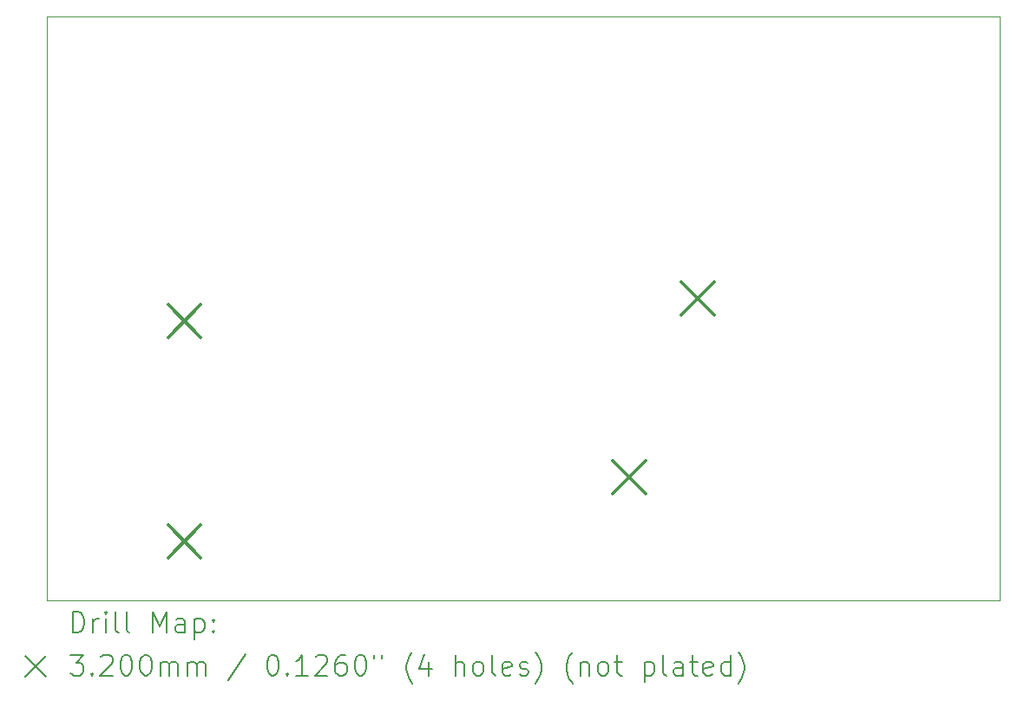
<source format=gbr>
%TF.GenerationSoftware,KiCad,Pcbnew,7.0.5*%
%TF.CreationDate,2024-01-22T10:55:23-05:00*%
%TF.ProjectId,PrawnBlaster_Connectorized_smaller,50726177-6e42-46c6-9173-7465725f436f,rev?*%
%TF.SameCoordinates,Original*%
%TF.FileFunction,Drillmap*%
%TF.FilePolarity,Positive*%
%FSLAX45Y45*%
G04 Gerber Fmt 4.5, Leading zero omitted, Abs format (unit mm)*
G04 Created by KiCad (PCBNEW 7.0.5) date 2024-01-22 10:55:23*
%MOMM*%
%LPD*%
G01*
G04 APERTURE LIST*
%ADD10C,0.100000*%
%ADD11C,0.200000*%
%ADD12C,0.320000*%
G04 APERTURE END LIST*
D10*
X8177520Y-5778500D02*
X17477520Y-5778500D01*
X17477520Y-11469740D01*
X8177520Y-11469740D01*
X8177520Y-5778500D01*
D11*
D12*
X9363520Y-8584740D02*
X9683520Y-8904740D01*
X9683520Y-8584740D02*
X9363520Y-8904740D01*
X9363520Y-10737740D02*
X9683520Y-11057740D01*
X9683520Y-10737740D02*
X9363520Y-11057740D01*
X13699520Y-10113740D02*
X14019520Y-10433740D01*
X14019520Y-10113740D02*
X13699520Y-10433740D01*
X14370520Y-8366740D02*
X14690520Y-8686740D01*
X14690520Y-8366740D02*
X14370520Y-8686740D01*
D11*
X8433297Y-11786224D02*
X8433297Y-11586224D01*
X8433297Y-11586224D02*
X8480916Y-11586224D01*
X8480916Y-11586224D02*
X8509487Y-11595748D01*
X8509487Y-11595748D02*
X8528535Y-11614795D01*
X8528535Y-11614795D02*
X8538059Y-11633843D01*
X8538059Y-11633843D02*
X8547583Y-11671938D01*
X8547583Y-11671938D02*
X8547583Y-11700509D01*
X8547583Y-11700509D02*
X8538059Y-11738605D01*
X8538059Y-11738605D02*
X8528535Y-11757652D01*
X8528535Y-11757652D02*
X8509487Y-11776700D01*
X8509487Y-11776700D02*
X8480916Y-11786224D01*
X8480916Y-11786224D02*
X8433297Y-11786224D01*
X8633297Y-11786224D02*
X8633297Y-11652890D01*
X8633297Y-11690986D02*
X8642821Y-11671938D01*
X8642821Y-11671938D02*
X8652344Y-11662414D01*
X8652344Y-11662414D02*
X8671392Y-11652890D01*
X8671392Y-11652890D02*
X8690440Y-11652890D01*
X8757106Y-11786224D02*
X8757106Y-11652890D01*
X8757106Y-11586224D02*
X8747583Y-11595748D01*
X8747583Y-11595748D02*
X8757106Y-11605271D01*
X8757106Y-11605271D02*
X8766630Y-11595748D01*
X8766630Y-11595748D02*
X8757106Y-11586224D01*
X8757106Y-11586224D02*
X8757106Y-11605271D01*
X8880916Y-11786224D02*
X8861868Y-11776700D01*
X8861868Y-11776700D02*
X8852344Y-11757652D01*
X8852344Y-11757652D02*
X8852344Y-11586224D01*
X8985678Y-11786224D02*
X8966630Y-11776700D01*
X8966630Y-11776700D02*
X8957106Y-11757652D01*
X8957106Y-11757652D02*
X8957106Y-11586224D01*
X9214249Y-11786224D02*
X9214249Y-11586224D01*
X9214249Y-11586224D02*
X9280916Y-11729081D01*
X9280916Y-11729081D02*
X9347583Y-11586224D01*
X9347583Y-11586224D02*
X9347583Y-11786224D01*
X9528535Y-11786224D02*
X9528535Y-11681462D01*
X9528535Y-11681462D02*
X9519011Y-11662414D01*
X9519011Y-11662414D02*
X9499964Y-11652890D01*
X9499964Y-11652890D02*
X9461868Y-11652890D01*
X9461868Y-11652890D02*
X9442821Y-11662414D01*
X9528535Y-11776700D02*
X9509487Y-11786224D01*
X9509487Y-11786224D02*
X9461868Y-11786224D01*
X9461868Y-11786224D02*
X9442821Y-11776700D01*
X9442821Y-11776700D02*
X9433297Y-11757652D01*
X9433297Y-11757652D02*
X9433297Y-11738605D01*
X9433297Y-11738605D02*
X9442821Y-11719557D01*
X9442821Y-11719557D02*
X9461868Y-11710033D01*
X9461868Y-11710033D02*
X9509487Y-11710033D01*
X9509487Y-11710033D02*
X9528535Y-11700509D01*
X9623773Y-11652890D02*
X9623773Y-11852890D01*
X9623773Y-11662414D02*
X9642821Y-11652890D01*
X9642821Y-11652890D02*
X9680916Y-11652890D01*
X9680916Y-11652890D02*
X9699964Y-11662414D01*
X9699964Y-11662414D02*
X9709487Y-11671938D01*
X9709487Y-11671938D02*
X9719011Y-11690986D01*
X9719011Y-11690986D02*
X9719011Y-11748128D01*
X9719011Y-11748128D02*
X9709487Y-11767176D01*
X9709487Y-11767176D02*
X9699964Y-11776700D01*
X9699964Y-11776700D02*
X9680916Y-11786224D01*
X9680916Y-11786224D02*
X9642821Y-11786224D01*
X9642821Y-11786224D02*
X9623773Y-11776700D01*
X9804725Y-11767176D02*
X9814249Y-11776700D01*
X9814249Y-11776700D02*
X9804725Y-11786224D01*
X9804725Y-11786224D02*
X9795202Y-11776700D01*
X9795202Y-11776700D02*
X9804725Y-11767176D01*
X9804725Y-11767176D02*
X9804725Y-11786224D01*
X9804725Y-11662414D02*
X9814249Y-11671938D01*
X9814249Y-11671938D02*
X9804725Y-11681462D01*
X9804725Y-11681462D02*
X9795202Y-11671938D01*
X9795202Y-11671938D02*
X9804725Y-11662414D01*
X9804725Y-11662414D02*
X9804725Y-11681462D01*
X7972520Y-12014740D02*
X8172520Y-12214740D01*
X8172520Y-12014740D02*
X7972520Y-12214740D01*
X8414249Y-12006224D02*
X8538059Y-12006224D01*
X8538059Y-12006224D02*
X8471392Y-12082414D01*
X8471392Y-12082414D02*
X8499964Y-12082414D01*
X8499964Y-12082414D02*
X8519011Y-12091938D01*
X8519011Y-12091938D02*
X8528535Y-12101462D01*
X8528535Y-12101462D02*
X8538059Y-12120509D01*
X8538059Y-12120509D02*
X8538059Y-12168128D01*
X8538059Y-12168128D02*
X8528535Y-12187176D01*
X8528535Y-12187176D02*
X8519011Y-12196700D01*
X8519011Y-12196700D02*
X8499964Y-12206224D01*
X8499964Y-12206224D02*
X8442821Y-12206224D01*
X8442821Y-12206224D02*
X8423773Y-12196700D01*
X8423773Y-12196700D02*
X8414249Y-12187176D01*
X8623773Y-12187176D02*
X8633297Y-12196700D01*
X8633297Y-12196700D02*
X8623773Y-12206224D01*
X8623773Y-12206224D02*
X8614249Y-12196700D01*
X8614249Y-12196700D02*
X8623773Y-12187176D01*
X8623773Y-12187176D02*
X8623773Y-12206224D01*
X8709487Y-12025271D02*
X8719011Y-12015748D01*
X8719011Y-12015748D02*
X8738059Y-12006224D01*
X8738059Y-12006224D02*
X8785678Y-12006224D01*
X8785678Y-12006224D02*
X8804725Y-12015748D01*
X8804725Y-12015748D02*
X8814249Y-12025271D01*
X8814249Y-12025271D02*
X8823773Y-12044319D01*
X8823773Y-12044319D02*
X8823773Y-12063367D01*
X8823773Y-12063367D02*
X8814249Y-12091938D01*
X8814249Y-12091938D02*
X8699964Y-12206224D01*
X8699964Y-12206224D02*
X8823773Y-12206224D01*
X8947583Y-12006224D02*
X8966630Y-12006224D01*
X8966630Y-12006224D02*
X8985678Y-12015748D01*
X8985678Y-12015748D02*
X8995202Y-12025271D01*
X8995202Y-12025271D02*
X9004725Y-12044319D01*
X9004725Y-12044319D02*
X9014249Y-12082414D01*
X9014249Y-12082414D02*
X9014249Y-12130033D01*
X9014249Y-12130033D02*
X9004725Y-12168128D01*
X9004725Y-12168128D02*
X8995202Y-12187176D01*
X8995202Y-12187176D02*
X8985678Y-12196700D01*
X8985678Y-12196700D02*
X8966630Y-12206224D01*
X8966630Y-12206224D02*
X8947583Y-12206224D01*
X8947583Y-12206224D02*
X8928535Y-12196700D01*
X8928535Y-12196700D02*
X8919011Y-12187176D01*
X8919011Y-12187176D02*
X8909487Y-12168128D01*
X8909487Y-12168128D02*
X8899964Y-12130033D01*
X8899964Y-12130033D02*
X8899964Y-12082414D01*
X8899964Y-12082414D02*
X8909487Y-12044319D01*
X8909487Y-12044319D02*
X8919011Y-12025271D01*
X8919011Y-12025271D02*
X8928535Y-12015748D01*
X8928535Y-12015748D02*
X8947583Y-12006224D01*
X9138059Y-12006224D02*
X9157106Y-12006224D01*
X9157106Y-12006224D02*
X9176154Y-12015748D01*
X9176154Y-12015748D02*
X9185678Y-12025271D01*
X9185678Y-12025271D02*
X9195202Y-12044319D01*
X9195202Y-12044319D02*
X9204725Y-12082414D01*
X9204725Y-12082414D02*
X9204725Y-12130033D01*
X9204725Y-12130033D02*
X9195202Y-12168128D01*
X9195202Y-12168128D02*
X9185678Y-12187176D01*
X9185678Y-12187176D02*
X9176154Y-12196700D01*
X9176154Y-12196700D02*
X9157106Y-12206224D01*
X9157106Y-12206224D02*
X9138059Y-12206224D01*
X9138059Y-12206224D02*
X9119011Y-12196700D01*
X9119011Y-12196700D02*
X9109487Y-12187176D01*
X9109487Y-12187176D02*
X9099964Y-12168128D01*
X9099964Y-12168128D02*
X9090440Y-12130033D01*
X9090440Y-12130033D02*
X9090440Y-12082414D01*
X9090440Y-12082414D02*
X9099964Y-12044319D01*
X9099964Y-12044319D02*
X9109487Y-12025271D01*
X9109487Y-12025271D02*
X9119011Y-12015748D01*
X9119011Y-12015748D02*
X9138059Y-12006224D01*
X9290440Y-12206224D02*
X9290440Y-12072890D01*
X9290440Y-12091938D02*
X9299964Y-12082414D01*
X9299964Y-12082414D02*
X9319011Y-12072890D01*
X9319011Y-12072890D02*
X9347583Y-12072890D01*
X9347583Y-12072890D02*
X9366630Y-12082414D01*
X9366630Y-12082414D02*
X9376154Y-12101462D01*
X9376154Y-12101462D02*
X9376154Y-12206224D01*
X9376154Y-12101462D02*
X9385678Y-12082414D01*
X9385678Y-12082414D02*
X9404725Y-12072890D01*
X9404725Y-12072890D02*
X9433297Y-12072890D01*
X9433297Y-12072890D02*
X9452345Y-12082414D01*
X9452345Y-12082414D02*
X9461868Y-12101462D01*
X9461868Y-12101462D02*
X9461868Y-12206224D01*
X9557106Y-12206224D02*
X9557106Y-12072890D01*
X9557106Y-12091938D02*
X9566630Y-12082414D01*
X9566630Y-12082414D02*
X9585678Y-12072890D01*
X9585678Y-12072890D02*
X9614249Y-12072890D01*
X9614249Y-12072890D02*
X9633297Y-12082414D01*
X9633297Y-12082414D02*
X9642821Y-12101462D01*
X9642821Y-12101462D02*
X9642821Y-12206224D01*
X9642821Y-12101462D02*
X9652345Y-12082414D01*
X9652345Y-12082414D02*
X9671392Y-12072890D01*
X9671392Y-12072890D02*
X9699964Y-12072890D01*
X9699964Y-12072890D02*
X9719011Y-12082414D01*
X9719011Y-12082414D02*
X9728535Y-12101462D01*
X9728535Y-12101462D02*
X9728535Y-12206224D01*
X10119011Y-11996700D02*
X9947583Y-12253843D01*
X10376154Y-12006224D02*
X10395202Y-12006224D01*
X10395202Y-12006224D02*
X10414249Y-12015748D01*
X10414249Y-12015748D02*
X10423773Y-12025271D01*
X10423773Y-12025271D02*
X10433297Y-12044319D01*
X10433297Y-12044319D02*
X10442821Y-12082414D01*
X10442821Y-12082414D02*
X10442821Y-12130033D01*
X10442821Y-12130033D02*
X10433297Y-12168128D01*
X10433297Y-12168128D02*
X10423773Y-12187176D01*
X10423773Y-12187176D02*
X10414249Y-12196700D01*
X10414249Y-12196700D02*
X10395202Y-12206224D01*
X10395202Y-12206224D02*
X10376154Y-12206224D01*
X10376154Y-12206224D02*
X10357107Y-12196700D01*
X10357107Y-12196700D02*
X10347583Y-12187176D01*
X10347583Y-12187176D02*
X10338059Y-12168128D01*
X10338059Y-12168128D02*
X10328535Y-12130033D01*
X10328535Y-12130033D02*
X10328535Y-12082414D01*
X10328535Y-12082414D02*
X10338059Y-12044319D01*
X10338059Y-12044319D02*
X10347583Y-12025271D01*
X10347583Y-12025271D02*
X10357107Y-12015748D01*
X10357107Y-12015748D02*
X10376154Y-12006224D01*
X10528535Y-12187176D02*
X10538059Y-12196700D01*
X10538059Y-12196700D02*
X10528535Y-12206224D01*
X10528535Y-12206224D02*
X10519011Y-12196700D01*
X10519011Y-12196700D02*
X10528535Y-12187176D01*
X10528535Y-12187176D02*
X10528535Y-12206224D01*
X10728535Y-12206224D02*
X10614249Y-12206224D01*
X10671392Y-12206224D02*
X10671392Y-12006224D01*
X10671392Y-12006224D02*
X10652345Y-12034795D01*
X10652345Y-12034795D02*
X10633297Y-12053843D01*
X10633297Y-12053843D02*
X10614249Y-12063367D01*
X10804726Y-12025271D02*
X10814249Y-12015748D01*
X10814249Y-12015748D02*
X10833297Y-12006224D01*
X10833297Y-12006224D02*
X10880916Y-12006224D01*
X10880916Y-12006224D02*
X10899964Y-12015748D01*
X10899964Y-12015748D02*
X10909488Y-12025271D01*
X10909488Y-12025271D02*
X10919011Y-12044319D01*
X10919011Y-12044319D02*
X10919011Y-12063367D01*
X10919011Y-12063367D02*
X10909488Y-12091938D01*
X10909488Y-12091938D02*
X10795202Y-12206224D01*
X10795202Y-12206224D02*
X10919011Y-12206224D01*
X11090440Y-12006224D02*
X11052345Y-12006224D01*
X11052345Y-12006224D02*
X11033297Y-12015748D01*
X11033297Y-12015748D02*
X11023773Y-12025271D01*
X11023773Y-12025271D02*
X11004726Y-12053843D01*
X11004726Y-12053843D02*
X10995202Y-12091938D01*
X10995202Y-12091938D02*
X10995202Y-12168128D01*
X10995202Y-12168128D02*
X11004726Y-12187176D01*
X11004726Y-12187176D02*
X11014249Y-12196700D01*
X11014249Y-12196700D02*
X11033297Y-12206224D01*
X11033297Y-12206224D02*
X11071392Y-12206224D01*
X11071392Y-12206224D02*
X11090440Y-12196700D01*
X11090440Y-12196700D02*
X11099964Y-12187176D01*
X11099964Y-12187176D02*
X11109488Y-12168128D01*
X11109488Y-12168128D02*
X11109488Y-12120509D01*
X11109488Y-12120509D02*
X11099964Y-12101462D01*
X11099964Y-12101462D02*
X11090440Y-12091938D01*
X11090440Y-12091938D02*
X11071392Y-12082414D01*
X11071392Y-12082414D02*
X11033297Y-12082414D01*
X11033297Y-12082414D02*
X11014249Y-12091938D01*
X11014249Y-12091938D02*
X11004726Y-12101462D01*
X11004726Y-12101462D02*
X10995202Y-12120509D01*
X11233297Y-12006224D02*
X11252345Y-12006224D01*
X11252345Y-12006224D02*
X11271392Y-12015748D01*
X11271392Y-12015748D02*
X11280916Y-12025271D01*
X11280916Y-12025271D02*
X11290440Y-12044319D01*
X11290440Y-12044319D02*
X11299964Y-12082414D01*
X11299964Y-12082414D02*
X11299964Y-12130033D01*
X11299964Y-12130033D02*
X11290440Y-12168128D01*
X11290440Y-12168128D02*
X11280916Y-12187176D01*
X11280916Y-12187176D02*
X11271392Y-12196700D01*
X11271392Y-12196700D02*
X11252345Y-12206224D01*
X11252345Y-12206224D02*
X11233297Y-12206224D01*
X11233297Y-12206224D02*
X11214249Y-12196700D01*
X11214249Y-12196700D02*
X11204726Y-12187176D01*
X11204726Y-12187176D02*
X11195202Y-12168128D01*
X11195202Y-12168128D02*
X11185678Y-12130033D01*
X11185678Y-12130033D02*
X11185678Y-12082414D01*
X11185678Y-12082414D02*
X11195202Y-12044319D01*
X11195202Y-12044319D02*
X11204726Y-12025271D01*
X11204726Y-12025271D02*
X11214249Y-12015748D01*
X11214249Y-12015748D02*
X11233297Y-12006224D01*
X11376154Y-12006224D02*
X11376154Y-12044319D01*
X11452345Y-12006224D02*
X11452345Y-12044319D01*
X11747583Y-12282414D02*
X11738059Y-12272890D01*
X11738059Y-12272890D02*
X11719011Y-12244319D01*
X11719011Y-12244319D02*
X11709488Y-12225271D01*
X11709488Y-12225271D02*
X11699964Y-12196700D01*
X11699964Y-12196700D02*
X11690440Y-12149081D01*
X11690440Y-12149081D02*
X11690440Y-12110986D01*
X11690440Y-12110986D02*
X11699964Y-12063367D01*
X11699964Y-12063367D02*
X11709488Y-12034795D01*
X11709488Y-12034795D02*
X11719011Y-12015748D01*
X11719011Y-12015748D02*
X11738059Y-11987176D01*
X11738059Y-11987176D02*
X11747583Y-11977652D01*
X11909488Y-12072890D02*
X11909488Y-12206224D01*
X11861868Y-11996700D02*
X11814249Y-12139557D01*
X11814249Y-12139557D02*
X11938059Y-12139557D01*
X12166630Y-12206224D02*
X12166630Y-12006224D01*
X12252345Y-12206224D02*
X12252345Y-12101462D01*
X12252345Y-12101462D02*
X12242821Y-12082414D01*
X12242821Y-12082414D02*
X12223773Y-12072890D01*
X12223773Y-12072890D02*
X12195202Y-12072890D01*
X12195202Y-12072890D02*
X12176154Y-12082414D01*
X12176154Y-12082414D02*
X12166630Y-12091938D01*
X12376154Y-12206224D02*
X12357107Y-12196700D01*
X12357107Y-12196700D02*
X12347583Y-12187176D01*
X12347583Y-12187176D02*
X12338059Y-12168128D01*
X12338059Y-12168128D02*
X12338059Y-12110986D01*
X12338059Y-12110986D02*
X12347583Y-12091938D01*
X12347583Y-12091938D02*
X12357107Y-12082414D01*
X12357107Y-12082414D02*
X12376154Y-12072890D01*
X12376154Y-12072890D02*
X12404726Y-12072890D01*
X12404726Y-12072890D02*
X12423773Y-12082414D01*
X12423773Y-12082414D02*
X12433297Y-12091938D01*
X12433297Y-12091938D02*
X12442821Y-12110986D01*
X12442821Y-12110986D02*
X12442821Y-12168128D01*
X12442821Y-12168128D02*
X12433297Y-12187176D01*
X12433297Y-12187176D02*
X12423773Y-12196700D01*
X12423773Y-12196700D02*
X12404726Y-12206224D01*
X12404726Y-12206224D02*
X12376154Y-12206224D01*
X12557107Y-12206224D02*
X12538059Y-12196700D01*
X12538059Y-12196700D02*
X12528535Y-12177652D01*
X12528535Y-12177652D02*
X12528535Y-12006224D01*
X12709488Y-12196700D02*
X12690440Y-12206224D01*
X12690440Y-12206224D02*
X12652345Y-12206224D01*
X12652345Y-12206224D02*
X12633297Y-12196700D01*
X12633297Y-12196700D02*
X12623773Y-12177652D01*
X12623773Y-12177652D02*
X12623773Y-12101462D01*
X12623773Y-12101462D02*
X12633297Y-12082414D01*
X12633297Y-12082414D02*
X12652345Y-12072890D01*
X12652345Y-12072890D02*
X12690440Y-12072890D01*
X12690440Y-12072890D02*
X12709488Y-12082414D01*
X12709488Y-12082414D02*
X12719011Y-12101462D01*
X12719011Y-12101462D02*
X12719011Y-12120509D01*
X12719011Y-12120509D02*
X12623773Y-12139557D01*
X12795202Y-12196700D02*
X12814250Y-12206224D01*
X12814250Y-12206224D02*
X12852345Y-12206224D01*
X12852345Y-12206224D02*
X12871392Y-12196700D01*
X12871392Y-12196700D02*
X12880916Y-12177652D01*
X12880916Y-12177652D02*
X12880916Y-12168128D01*
X12880916Y-12168128D02*
X12871392Y-12149081D01*
X12871392Y-12149081D02*
X12852345Y-12139557D01*
X12852345Y-12139557D02*
X12823773Y-12139557D01*
X12823773Y-12139557D02*
X12804726Y-12130033D01*
X12804726Y-12130033D02*
X12795202Y-12110986D01*
X12795202Y-12110986D02*
X12795202Y-12101462D01*
X12795202Y-12101462D02*
X12804726Y-12082414D01*
X12804726Y-12082414D02*
X12823773Y-12072890D01*
X12823773Y-12072890D02*
X12852345Y-12072890D01*
X12852345Y-12072890D02*
X12871392Y-12082414D01*
X12947583Y-12282414D02*
X12957107Y-12272890D01*
X12957107Y-12272890D02*
X12976154Y-12244319D01*
X12976154Y-12244319D02*
X12985678Y-12225271D01*
X12985678Y-12225271D02*
X12995202Y-12196700D01*
X12995202Y-12196700D02*
X13004726Y-12149081D01*
X13004726Y-12149081D02*
X13004726Y-12110986D01*
X13004726Y-12110986D02*
X12995202Y-12063367D01*
X12995202Y-12063367D02*
X12985678Y-12034795D01*
X12985678Y-12034795D02*
X12976154Y-12015748D01*
X12976154Y-12015748D02*
X12957107Y-11987176D01*
X12957107Y-11987176D02*
X12947583Y-11977652D01*
X13309488Y-12282414D02*
X13299964Y-12272890D01*
X13299964Y-12272890D02*
X13280916Y-12244319D01*
X13280916Y-12244319D02*
X13271392Y-12225271D01*
X13271392Y-12225271D02*
X13261869Y-12196700D01*
X13261869Y-12196700D02*
X13252345Y-12149081D01*
X13252345Y-12149081D02*
X13252345Y-12110986D01*
X13252345Y-12110986D02*
X13261869Y-12063367D01*
X13261869Y-12063367D02*
X13271392Y-12034795D01*
X13271392Y-12034795D02*
X13280916Y-12015748D01*
X13280916Y-12015748D02*
X13299964Y-11987176D01*
X13299964Y-11987176D02*
X13309488Y-11977652D01*
X13385678Y-12072890D02*
X13385678Y-12206224D01*
X13385678Y-12091938D02*
X13395202Y-12082414D01*
X13395202Y-12082414D02*
X13414250Y-12072890D01*
X13414250Y-12072890D02*
X13442821Y-12072890D01*
X13442821Y-12072890D02*
X13461869Y-12082414D01*
X13461869Y-12082414D02*
X13471392Y-12101462D01*
X13471392Y-12101462D02*
X13471392Y-12206224D01*
X13595202Y-12206224D02*
X13576154Y-12196700D01*
X13576154Y-12196700D02*
X13566631Y-12187176D01*
X13566631Y-12187176D02*
X13557107Y-12168128D01*
X13557107Y-12168128D02*
X13557107Y-12110986D01*
X13557107Y-12110986D02*
X13566631Y-12091938D01*
X13566631Y-12091938D02*
X13576154Y-12082414D01*
X13576154Y-12082414D02*
X13595202Y-12072890D01*
X13595202Y-12072890D02*
X13623773Y-12072890D01*
X13623773Y-12072890D02*
X13642821Y-12082414D01*
X13642821Y-12082414D02*
X13652345Y-12091938D01*
X13652345Y-12091938D02*
X13661869Y-12110986D01*
X13661869Y-12110986D02*
X13661869Y-12168128D01*
X13661869Y-12168128D02*
X13652345Y-12187176D01*
X13652345Y-12187176D02*
X13642821Y-12196700D01*
X13642821Y-12196700D02*
X13623773Y-12206224D01*
X13623773Y-12206224D02*
X13595202Y-12206224D01*
X13719012Y-12072890D02*
X13795202Y-12072890D01*
X13747583Y-12006224D02*
X13747583Y-12177652D01*
X13747583Y-12177652D02*
X13757107Y-12196700D01*
X13757107Y-12196700D02*
X13776154Y-12206224D01*
X13776154Y-12206224D02*
X13795202Y-12206224D01*
X14014250Y-12072890D02*
X14014250Y-12272890D01*
X14014250Y-12082414D02*
X14033297Y-12072890D01*
X14033297Y-12072890D02*
X14071393Y-12072890D01*
X14071393Y-12072890D02*
X14090440Y-12082414D01*
X14090440Y-12082414D02*
X14099964Y-12091938D01*
X14099964Y-12091938D02*
X14109488Y-12110986D01*
X14109488Y-12110986D02*
X14109488Y-12168128D01*
X14109488Y-12168128D02*
X14099964Y-12187176D01*
X14099964Y-12187176D02*
X14090440Y-12196700D01*
X14090440Y-12196700D02*
X14071393Y-12206224D01*
X14071393Y-12206224D02*
X14033297Y-12206224D01*
X14033297Y-12206224D02*
X14014250Y-12196700D01*
X14223773Y-12206224D02*
X14204726Y-12196700D01*
X14204726Y-12196700D02*
X14195202Y-12177652D01*
X14195202Y-12177652D02*
X14195202Y-12006224D01*
X14385678Y-12206224D02*
X14385678Y-12101462D01*
X14385678Y-12101462D02*
X14376154Y-12082414D01*
X14376154Y-12082414D02*
X14357107Y-12072890D01*
X14357107Y-12072890D02*
X14319012Y-12072890D01*
X14319012Y-12072890D02*
X14299964Y-12082414D01*
X14385678Y-12196700D02*
X14366631Y-12206224D01*
X14366631Y-12206224D02*
X14319012Y-12206224D01*
X14319012Y-12206224D02*
X14299964Y-12196700D01*
X14299964Y-12196700D02*
X14290440Y-12177652D01*
X14290440Y-12177652D02*
X14290440Y-12158605D01*
X14290440Y-12158605D02*
X14299964Y-12139557D01*
X14299964Y-12139557D02*
X14319012Y-12130033D01*
X14319012Y-12130033D02*
X14366631Y-12130033D01*
X14366631Y-12130033D02*
X14385678Y-12120509D01*
X14452345Y-12072890D02*
X14528535Y-12072890D01*
X14480916Y-12006224D02*
X14480916Y-12177652D01*
X14480916Y-12177652D02*
X14490440Y-12196700D01*
X14490440Y-12196700D02*
X14509488Y-12206224D01*
X14509488Y-12206224D02*
X14528535Y-12206224D01*
X14671393Y-12196700D02*
X14652345Y-12206224D01*
X14652345Y-12206224D02*
X14614250Y-12206224D01*
X14614250Y-12206224D02*
X14595202Y-12196700D01*
X14595202Y-12196700D02*
X14585678Y-12177652D01*
X14585678Y-12177652D02*
X14585678Y-12101462D01*
X14585678Y-12101462D02*
X14595202Y-12082414D01*
X14595202Y-12082414D02*
X14614250Y-12072890D01*
X14614250Y-12072890D02*
X14652345Y-12072890D01*
X14652345Y-12072890D02*
X14671393Y-12082414D01*
X14671393Y-12082414D02*
X14680916Y-12101462D01*
X14680916Y-12101462D02*
X14680916Y-12120509D01*
X14680916Y-12120509D02*
X14585678Y-12139557D01*
X14852345Y-12206224D02*
X14852345Y-12006224D01*
X14852345Y-12196700D02*
X14833297Y-12206224D01*
X14833297Y-12206224D02*
X14795202Y-12206224D01*
X14795202Y-12206224D02*
X14776154Y-12196700D01*
X14776154Y-12196700D02*
X14766631Y-12187176D01*
X14766631Y-12187176D02*
X14757107Y-12168128D01*
X14757107Y-12168128D02*
X14757107Y-12110986D01*
X14757107Y-12110986D02*
X14766631Y-12091938D01*
X14766631Y-12091938D02*
X14776154Y-12082414D01*
X14776154Y-12082414D02*
X14795202Y-12072890D01*
X14795202Y-12072890D02*
X14833297Y-12072890D01*
X14833297Y-12072890D02*
X14852345Y-12082414D01*
X14928535Y-12282414D02*
X14938059Y-12272890D01*
X14938059Y-12272890D02*
X14957107Y-12244319D01*
X14957107Y-12244319D02*
X14966631Y-12225271D01*
X14966631Y-12225271D02*
X14976154Y-12196700D01*
X14976154Y-12196700D02*
X14985678Y-12149081D01*
X14985678Y-12149081D02*
X14985678Y-12110986D01*
X14985678Y-12110986D02*
X14976154Y-12063367D01*
X14976154Y-12063367D02*
X14966631Y-12034795D01*
X14966631Y-12034795D02*
X14957107Y-12015748D01*
X14957107Y-12015748D02*
X14938059Y-11987176D01*
X14938059Y-11987176D02*
X14928535Y-11977652D01*
M02*

</source>
